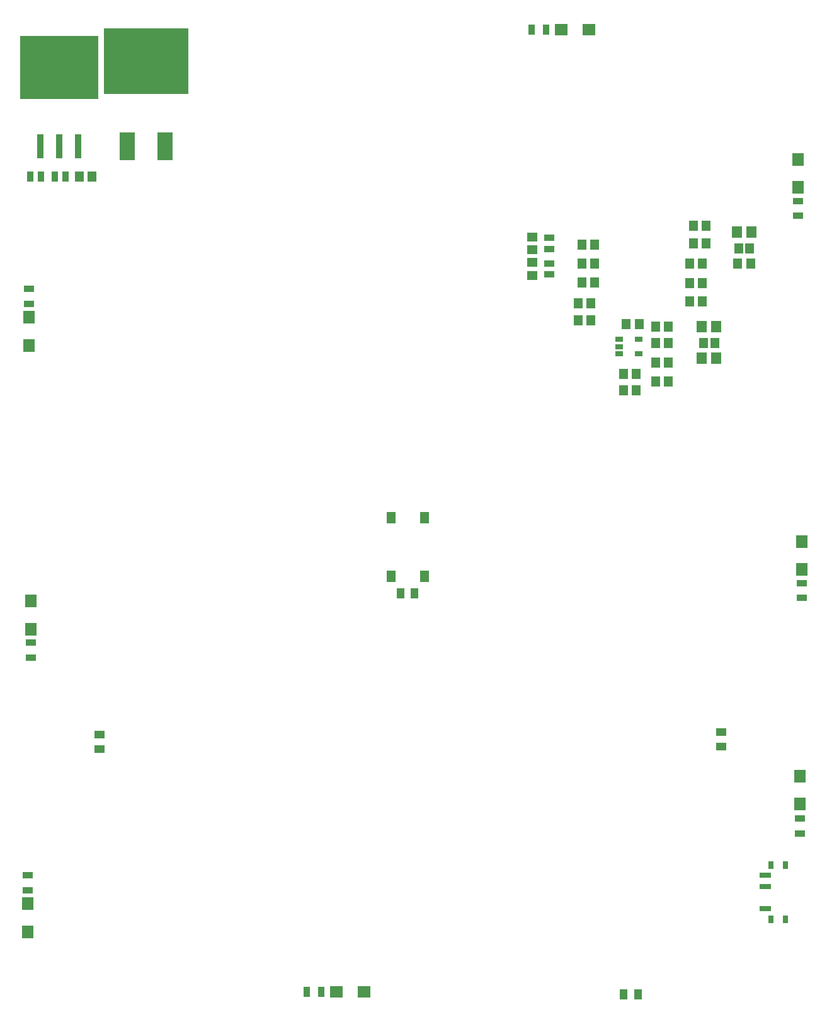
<source format=gbr>
G04*
G04 #@! TF.GenerationSoftware,Altium Limited,Altium Designer,22.4.2 (48)*
G04*
G04 Layer_Color=8421504*
%FSLAX24Y24*%
%MOIN*%
G70*
G04*
G04 #@! TF.SameCoordinates,ED83B53D-03BE-4A71-8F10-75A6417481AF*
G04*
G04*
G04 #@! TF.FilePolarity,Positive*
G04*
G01*
G75*
%ADD16R,0.4173X0.3346*%
%ADD17R,0.0374X0.1299*%
%ADD18R,0.0689X0.0591*%
%ADD19R,0.0374X0.0571*%
%ADD20R,0.0571X0.0374*%
%ADD21R,0.0591X0.0689*%
%ADD22R,0.0315X0.0394*%
%ADD23R,0.0591X0.0276*%
%ADD24R,0.0531X0.0610*%
%ADD25R,0.0472X0.0571*%
%ADD26R,0.0453X0.0571*%
%ADD27R,0.0571X0.0453*%
%ADD28R,0.0531X0.0374*%
G04:AMPARAMS|DCode=29|XSize=43.3mil|YSize=23.6mil|CornerRadius=2mil|HoleSize=0mil|Usage=FLASHONLY|Rotation=0.000|XOffset=0mil|YOffset=0mil|HoleType=Round|Shape=RoundedRectangle|*
%AMROUNDEDRECTD29*
21,1,0.0433,0.0196,0,0,0.0*
21,1,0.0393,0.0236,0,0,0.0*
1,1,0.0040,0.0196,-0.0098*
1,1,0.0040,-0.0196,-0.0098*
1,1,0.0040,-0.0196,0.0098*
1,1,0.0040,0.0196,0.0098*
%
%ADD29ROUNDEDRECTD29*%
%ADD30R,0.0819X0.1500*%
%ADD31R,0.4500X0.3500*%
%ADD32R,0.0374X0.0531*%
%ADD33R,0.0413X0.0571*%
%ADD34R,0.0512X0.0610*%
%ADD35R,0.0554X0.0396*%
%ADD36R,0.0396X0.0554*%
D16*
X11400Y58305D02*
D03*
D17*
X12400Y54131D02*
D03*
X11400D02*
D03*
X10400D02*
D03*
D18*
X37962Y60300D02*
D03*
X39438D02*
D03*
X26062Y9450D02*
D03*
X27538D02*
D03*
D19*
X36416Y60300D02*
D03*
X37184D02*
D03*
X24516Y9450D02*
D03*
X25284D02*
D03*
D20*
X9800Y46584D02*
D03*
Y45816D02*
D03*
X9750Y15584D02*
D03*
Y14816D02*
D03*
X50700Y30266D02*
D03*
Y31034D02*
D03*
X50600Y17816D02*
D03*
Y18584D02*
D03*
X50500Y50466D02*
D03*
Y51234D02*
D03*
X9900Y27116D02*
D03*
Y27884D02*
D03*
D21*
X50700Y31762D02*
D03*
Y33238D02*
D03*
X50600Y19362D02*
D03*
Y20838D02*
D03*
X50500Y51962D02*
D03*
Y53438D02*
D03*
X9800Y45088D02*
D03*
Y43612D02*
D03*
X9900Y28612D02*
D03*
Y30088D02*
D03*
X9750Y14088D02*
D03*
Y12612D02*
D03*
D22*
X49830Y16146D02*
D03*
Y13272D02*
D03*
X49070Y16146D02*
D03*
Y13272D02*
D03*
D23*
X48761Y13824D02*
D03*
Y15595D02*
D03*
Y15005D02*
D03*
D24*
X45400Y42950D02*
D03*
X46168D02*
D03*
X46184Y44600D02*
D03*
X45416D02*
D03*
X48034Y49600D02*
D03*
X47266D02*
D03*
D25*
X46095Y43750D02*
D03*
X45505D02*
D03*
X47945Y48750D02*
D03*
X47355D02*
D03*
D26*
X43644Y42700D02*
D03*
X42956D02*
D03*
X43644Y41700D02*
D03*
X42956D02*
D03*
X41256Y41250D02*
D03*
X41944D02*
D03*
X42094Y44750D02*
D03*
X41406D02*
D03*
X44756Y46900D02*
D03*
X45444D02*
D03*
X47994Y47950D02*
D03*
X47306D02*
D03*
X44756D02*
D03*
X45444D02*
D03*
X44956Y49000D02*
D03*
X45644D02*
D03*
X44956Y49950D02*
D03*
X45644D02*
D03*
X39061Y48950D02*
D03*
X39750D02*
D03*
X42956Y43750D02*
D03*
X43644D02*
D03*
Y44600D02*
D03*
X42956D02*
D03*
X44756Y45950D02*
D03*
X45444D02*
D03*
X39056Y47950D02*
D03*
X39744D02*
D03*
X38856Y44950D02*
D03*
X39544D02*
D03*
X38856Y45850D02*
D03*
X39544D02*
D03*
X39056Y46950D02*
D03*
X39744D02*
D03*
X41944Y42100D02*
D03*
X41256D02*
D03*
X12456Y52550D02*
D03*
X13144D02*
D03*
D27*
X36450Y47306D02*
D03*
Y47994D02*
D03*
Y49344D02*
D03*
Y48656D02*
D03*
D28*
X37350Y47945D02*
D03*
Y47355D02*
D03*
Y49295D02*
D03*
Y48705D02*
D03*
D29*
X42074Y43924D02*
D03*
Y43176D02*
D03*
X41050D02*
D03*
Y43550D02*
D03*
Y43924D02*
D03*
D30*
X17000Y54150D02*
D03*
X15000D02*
D03*
D31*
X16000Y58650D02*
D03*
D32*
X11155Y52550D02*
D03*
X11745D02*
D03*
X9855D02*
D03*
X10445D02*
D03*
D33*
X30214Y30500D02*
D03*
X29486D02*
D03*
D34*
X30736Y34515D02*
D03*
Y31385D02*
D03*
X28964Y34515D02*
D03*
Y31385D02*
D03*
D35*
X46445Y23154D02*
D03*
Y22406D02*
D03*
X13550Y23024D02*
D03*
Y22276D02*
D03*
D36*
X41276Y9300D02*
D03*
X42024D02*
D03*
M02*

</source>
